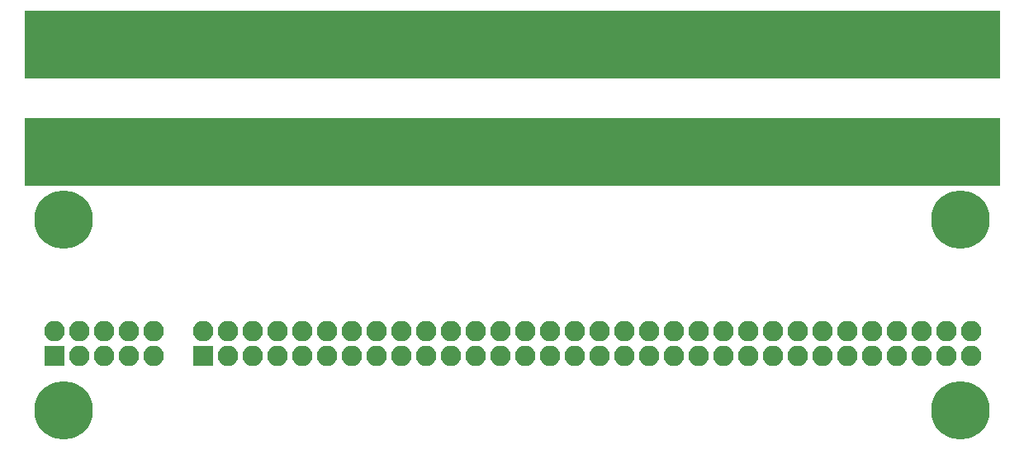
<source format=gbr>
G04 #@! TF.FileFunction,Soldermask,Bot*
%FSLAX46Y46*%
G04 Gerber Fmt 4.6, Leading zero omitted, Abs format (unit mm)*
G04 Created by KiCad (PCBNEW 4.0.7-e2-6376~58~ubuntu17.04.1) date Mon Dec 11 10:45:46 2017*
%MOMM*%
%LPD*%
G01*
G04 APERTURE LIST*
%ADD10C,0.100000*%
%ADD11C,6.000000*%
%ADD12R,2.100000X2.100000*%
%ADD13O,2.100000X2.100000*%
G04 APERTURE END LIST*
D10*
D11*
X96000000Y-21500000D03*
X4000000Y-21500000D03*
X96000000Y-41000000D03*
D12*
X18300000Y-35410000D03*
D13*
X18300000Y-32870000D03*
X20840000Y-35410000D03*
X20840000Y-32870000D03*
X23380000Y-35410000D03*
X23380000Y-32870000D03*
X25920000Y-35410000D03*
X25920000Y-32870000D03*
X28460000Y-35410000D03*
X28460000Y-32870000D03*
X31000000Y-35410000D03*
X31000000Y-32870000D03*
X33540000Y-35410000D03*
X33540000Y-32870000D03*
X36080000Y-35410000D03*
X36080000Y-32870000D03*
X38620000Y-35410000D03*
X38620000Y-32870000D03*
X41160000Y-35410000D03*
X41160000Y-32870000D03*
X43700000Y-35410000D03*
X43700000Y-32870000D03*
X46240000Y-35410000D03*
X46240000Y-32870000D03*
X48780000Y-35410000D03*
X48780000Y-32870000D03*
X51320000Y-35410000D03*
X51320000Y-32870000D03*
X53860000Y-35410000D03*
X53860000Y-32870000D03*
X56400000Y-35410000D03*
X56400000Y-32870000D03*
X58940000Y-35410000D03*
X58940000Y-32870000D03*
X61480000Y-35410000D03*
X61480000Y-32870000D03*
X64020000Y-35410000D03*
X64020000Y-32870000D03*
X66560000Y-35410000D03*
X66560000Y-32870000D03*
X69100000Y-35410000D03*
X69100000Y-32870000D03*
X71640000Y-35410000D03*
X71640000Y-32870000D03*
X74180000Y-35410000D03*
X74180000Y-32870000D03*
X76720000Y-35410000D03*
X76720000Y-32870000D03*
X79260000Y-35410000D03*
X79260000Y-32870000D03*
X81800000Y-35410000D03*
X81800000Y-32870000D03*
X84340000Y-35410000D03*
X84340000Y-32870000D03*
X86880000Y-35410000D03*
X86880000Y-32870000D03*
X89420000Y-35410000D03*
X89420000Y-32870000D03*
X91960000Y-35410000D03*
X91960000Y-32870000D03*
X94500000Y-35410000D03*
X94500000Y-32870000D03*
X97040000Y-35410000D03*
X97040000Y-32870000D03*
D12*
X3060000Y-35410000D03*
D13*
X3060000Y-32870000D03*
X5600000Y-35410000D03*
X5600000Y-32870000D03*
X8140000Y-35410000D03*
X8140000Y-32870000D03*
X10680000Y-35410000D03*
X10680000Y-32870000D03*
X13220000Y-35410000D03*
X13220000Y-32870000D03*
D11*
X4000000Y-41000000D03*
D10*
G36*
X99950000Y-6950000D02*
X50000Y-6950000D01*
X50000Y-50000D01*
X99950000Y-50000D01*
X99950000Y-6950000D01*
X99950000Y-6950000D01*
G37*
X99950000Y-6950000D02*
X50000Y-6950000D01*
X50000Y-50000D01*
X99950000Y-50000D01*
X99950000Y-6950000D01*
G36*
X99950000Y-17950000D02*
X50000Y-17950000D01*
X50000Y-11050000D01*
X99950000Y-11050000D01*
X99950000Y-17950000D01*
X99950000Y-17950000D01*
G37*
X99950000Y-17950000D02*
X50000Y-17950000D01*
X50000Y-11050000D01*
X99950000Y-11050000D01*
X99950000Y-17950000D01*
M02*

</source>
